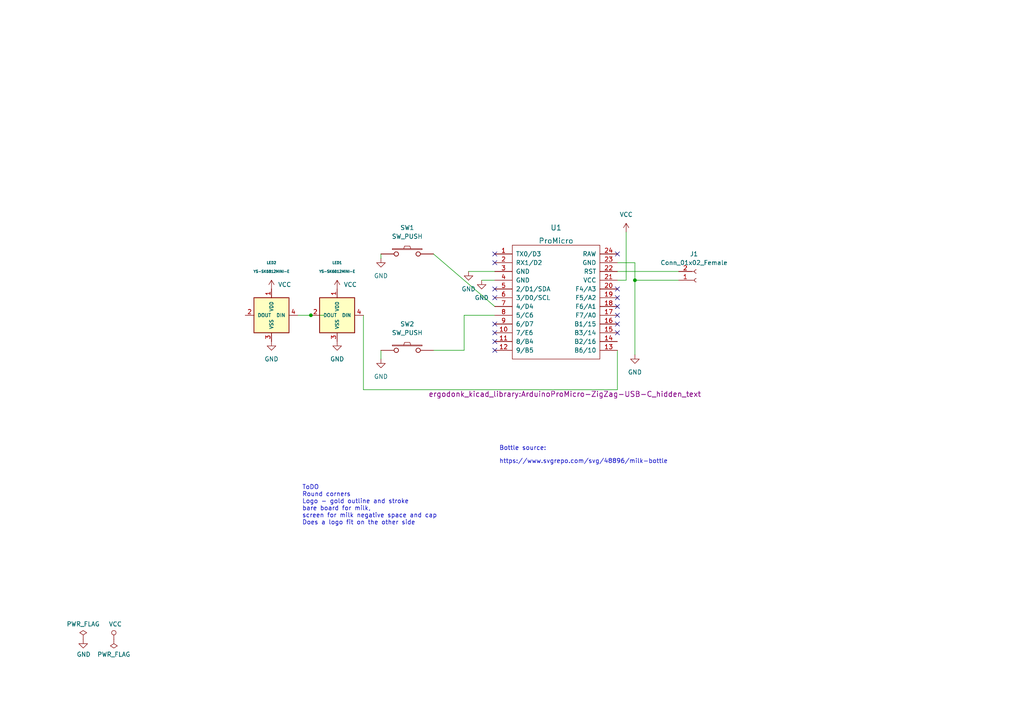
<source format=kicad_sch>
(kicad_sch (version 20230121) (generator eeschema)
  (paper "A4")
  (lib_symbols
    (symbol "Connector:Conn_01x02_Female" (pin_names (offset 1.016) hide)
      (property "Reference" "J" (at 0 2.54 0))
      (property "Value" "Conn_01x02_Female" (at 0 -5.08 0))
      (symbol "Conn_01x02_Female_1_1"
        (arc (start 0 -2.032) (mid -0.5058 -2.54) (end 0 -3.048) (stroke (width 0.1524)))
        (polyline (pts (xy -1.27 -2.54) (xy -0.508 -2.54)) (stroke (width 0.1524)))
        (polyline (pts (xy -1.27 0) (xy -0.508 0)) (stroke (width 0.1524)))
        (arc (start 0 0.508) (mid -0.5058 0) (end 0 -0.508) (stroke (width 0.1524)))
        (pin passive line (at -5.08 0 0) (length 3.81) (name "Pin_1") (number "1"))
        (pin passive line (at -5.08 -2.54 0) (length 3.81) (name "Pin_2") (number "2"))
      )
    )
    (symbol "SofleKeyboard-rescue:GND-Lily58-cache-Lily58_Pro-rescue" (power) (pin_names (offset 0))
      (property "Value" "GND-Lily58-cache-Lily58_Pro-rescue" (at 0 -3.81 0))
      (symbol "GND-Lily58-cache-Lily58_Pro-rescue_1_1"
        (polyline (pts (xy 0 0) (xy 0 -1.27) (xy 1.27 -1.27) (xy 0 -2.54) (xy -1.27 -1.27) (xy 0 -1.27)))
        (pin power_in line (at 0 0 0) (length 0) hide (name "GND") (number "1"))
      )
    )
    (symbol "SofleKeyboard-rescue:PWR_FLAG-Lily58-cache-Lily58_Pro-rescue" (power) (pin_numbers hide) (pin_names (offset 0) hide)
      (property "Value" "PWR_FLAG-Lily58-cache-Lily58_Pro-rescue" (at 0 3.81 0))
      (symbol "PWR_FLAG-Lily58-cache-Lily58_Pro-rescue_0_0"
        (pin power_out line (at 0 0 90) (length 0) (name "pwr") (number "1"))
      )
      (symbol "PWR_FLAG-Lily58-cache-Lily58_Pro-rescue_0_1"
        (polyline (pts (xy 0 0) (xy 0 1.27) (xy -1.016 1.905) (xy 0 2.54) (xy 1.016 1.905) (xy 0 1.27)))
      )
    )
    (symbol "SofleKeyboard-rescue:VCC-Lily58-cache-Lily58_Pro-rescue" (power) (pin_names (offset 0))
      (property "Value" "VCC-Lily58-cache-Lily58_Pro-rescue" (at 0 3.81 0))
      (symbol "VCC-Lily58-cache-Lily58_Pro-rescue_0_1"
        (polyline (pts (xy 0 0) (xy 0 1.27)))
        (circle (center 0 1.905) (radius 0.635))
      )
      (symbol "VCC-Lily58-cache-Lily58_Pro-rescue_1_1"
        (pin power_in line (at 0 0 90) (length 0) hide (name "VCC") (number "1"))
      )
    )
    (symbol "kbd:ProMicro" (pin_names (offset 1.016))
      (property "Reference" "U" (at 0 19.05 0))
      (property "Value" "ProMicro" (at 0 -19.05 0))
      (symbol "ProMicro_0_1"
        (rectangle (start -12.7 16.51) (end 12.7 -16.51))
      )
      (symbol "ProMicro_1_1"
        (pin bidirectional line (at -17.78 13.97 0) (length 5.08) (name "TX0/D3") (number "1"))
        (pin bidirectional line (at -17.78 -8.89 0) (length 5.08) (name "7/E6") (number "10"))
        (pin bidirectional line (at -17.78 -11.43 0) (length 5.08) (name "8/B4") (number "11"))
        (pin bidirectional line (at -17.78 -13.97 0) (length 5.08) (name "9/B5") (number "12"))
        (pin bidirectional line (at 17.78 -13.97 180) (length 5.08) (name "B6/10") (number "13"))
        (pin bidirectional line (at 17.78 -11.43 180) (length 5.08) (name "B2/16") (number "14"))
        (pin bidirectional line (at 17.78 -8.89 180) (length 5.08) (name "B3/14") (number "15"))
        (pin bidirectional line (at 17.78 -6.35 180) (length 5.08) (name "B1/15") (number "16"))
        (pin bidirectional line (at 17.78 -3.81 180) (length 5.08) (name "F7/A0") (number "17"))
        (pin bidirectional line (at 17.78 -1.27 180) (length 5.08) (name "F6/A1") (number "18"))
        (pin bidirectional line (at 17.78 1.27 180) (length 5.08) (name "F5/A2") (number "19"))
        (pin bidirectional line (at -17.78 11.43 0) (length 5.08) (name "RX1/D2") (number "2"))
        (pin bidirectional line (at 17.78 3.81 180) (length 5.08) (name "F4/A3") (number "20"))
        (pin power_in line (at 17.78 6.35 180) (length 5.08) (name "VCC") (number "21"))
        (pin input line (at 17.78 8.89 180) (length 5.08) (name "RST") (number "22"))
        (pin power_in line (at 17.78 11.43 180) (length 5.08) (name "GND") (number "23"))
        (pin power_out line (at 17.78 13.97 180) (length 5.08) (name "RAW") (number "24"))
        (pin power_in line (at -17.78 8.89 0) (length 5.08) (name "GND") (number "3"))
        (pin power_in line (at -17.78 6.35 0) (length 5.08) (name "GND") (number "4"))
        (pin bidirectional line (at -17.78 3.81 0) (length 5.08) (name "2/D1/SDA") (number "5"))
        (pin bidirectional line (at -17.78 1.27 0) (length 5.08) (name "3/D0/SCL") (number "6"))
        (pin bidirectional line (at -17.78 -1.27 0) (length 5.08) (name "4/D4") (number "7"))
        (pin bidirectional line (at -17.78 -3.81 0) (length 5.08) (name "5/C6") (number "8"))
        (pin bidirectional line (at -17.78 -6.35 0) (length 5.08) (name "6/D7") (number "9"))
      )
    )
    (symbol "kbd:SW_PUSH" (pin_numbers hide) (pin_names (offset 1.016) hide)
      (property "Reference" "SW" (at 3.81 2.794 0))
      (property "Value" "SW_PUSH" (at 0 -2.032 0))
      (symbol "SW_PUSH_0_1"
        (rectangle (start -4.318 1.27) (end 4.318 1.524))
        (polyline (pts (xy -1.016 1.524) (xy -0.762 2.286) (xy 0.762 2.286) (xy 1.016 1.524)))
        (pin passive inverted (at -7.62 0 0) (length 5.08) (name "1") (number "1"))
        (pin passive inverted (at 7.62 0 180) (length 5.08) (name "2") (number "2"))
      )
    )
    (symbol "kbd:YS-SK6812MINI-E" (pin_names (offset 1.016))
      (property "Reference" "LED" (at 2.54 -7.62 0))
      (property "Value" "YS-SK6812MINI-E" (at 6.35 -6.35 0))
      (symbol "YS-SK6812MINI-E_0_1"
        (rectangle (start -5.08 5.08) (end 5.08 -5.08) (stroke (width 0.254)) (fill (type background)))
      )
      (symbol "YS-SK6812MINI-E_1_1"
        (pin power_in line (at 0 7.62 270) (length 2.54) (name "VDD") (number "1"))
        (pin output line (at 7.62 0 180) (length 2.54) (name "DOUT") (number "2"))
        (pin power_in line (at 0 -7.62 90) (length 2.54) (name "VSS") (number "3"))
        (pin input line (at -7.62 0 0) (length 2.54) (name "DIN") (number "4"))
      )
    )
    (symbol "power:GND" (power) (pin_names (offset 0))
      (property "Value" "GND" (at 0 -3.81 0))
      (symbol "GND_0_1"
        (polyline (pts (xy 0 0) (xy 0 -1.27) (xy 1.27 -1.27) (xy 0 -2.54) (xy -1.27 -1.27) (xy 0 -1.27)))
      )
      (symbol "GND_1_1"
        (pin power_in line (at 0 0 270) (length 0) hide (name "GND") (number "1"))
      )
    )
    (symbol "power:VCC" (power) (pin_names (offset 0))
      (property "Value" "VCC" (at 0 3.81 0))
      (symbol "VCC_0_1"
        (polyline (pts (xy -0.762 1.27) (xy 0 2.54)))
        (polyline (pts (xy 0 0) (xy 0 2.54)))
        (polyline (pts (xy 0 2.54) (xy 0.762 1.27)))
      )
      (symbol "VCC_1_1"
        (pin power_in line (at 0 0 90) (length 0) hide (name "VCC") (number "1"))
      )
    )
  )
  (junction (at 184.15 81.28))
  (junction (at 90.17 91.44))
  (no_connect (at 179.07 83.82))
  (no_connect (at 179.07 86.36))
  (no_connect (at 179.07 88.9))
  (no_connect (at 179.07 91.44))
  (no_connect (at 179.07 73.66))
  (no_connect (at 179.07 93.98))
  (no_connect (at 179.07 96.52))
  (no_connect (at 143.51 96.52))
  (no_connect (at 143.51 101.6))
  (no_connect (at 143.51 76.2))
  (no_connect (at 143.51 83.82))
  (no_connect (at 143.51 73.66))
  (no_connect (at 143.51 99.06))
  (no_connect (at 143.51 93.98))
  (no_connect (at 143.51 86.36))
  (wire (pts (xy 105.41 91.44) (xy 105.41 113.03)))
  (wire (pts (xy 93.98 91.44) (xy 90.17 91.44)))
  (wire (pts (xy 135.89 78.74) (xy 143.51 78.74)))
  (wire (pts (xy 179.07 113.03) (xy 179.07 101.6)))
  (wire (pts (xy 125.73 101.6) (xy 134.62 101.6)))
  (wire (pts (xy 184.15 76.2) (xy 184.15 81.28)))
  (wire (pts (xy 110.49 104.14) (xy 110.49 101.6)))
  (wire (pts (xy 179.07 78.74) (xy 196.85 78.74)))
  (wire (pts (xy 181.61 67.31) (xy 181.61 81.28)))
  (wire (pts (xy 134.62 101.6) (xy 134.62 91.44)))
  (wire (pts (xy 196.85 81.28) (xy 184.15 81.28)))
  (wire (pts (xy 110.49 74.93) (xy 110.49 73.66)))
  (wire (pts (xy 134.62 91.44) (xy 143.51 91.44)))
  (wire (pts (xy 179.07 76.2) (xy 184.15 76.2)))
  (wire (pts (xy 139.7 81.28) (xy 143.51 81.28)))
  (wire (pts (xy 90.17 91.44) (xy 86.36 91.44)))
  (wire (pts (xy 105.41 113.03) (xy 179.07 113.03)))
  (wire (pts (xy 181.61 81.28) (xy 179.07 81.28)))
  (wire (pts (xy 184.15 81.28) (xy 184.15 102.87)))
  (wire (pts (xy 125.73 73.66) (xy 143.51 88.9)))
  (text "ToDO\nRound corners\nLogo - gold outline and stroke\nbare board for milk,\nscreen for milk negative space and cap\nDoes a logo fit on the other side" (at 87.63 152.4 0) (effects (font (size 1.27 1.27)) (justify left bottom)))
  (text "https://www.svgrepo.com/svg/48896/milk-bottle" (at 144.78 134.62 0) (effects (font (size 1.27 1.27)) (justify left bottom)))
  (text "Bottle source:" (at 144.78 130.81 0) (effects (font (size 1.27 1.27)) (justify left bottom)))
  (symbol (lib_id "Connector:Conn_01x02_Female") (at 201.93 81.28 0) (mirror x) (unit 1)
    (property "Reference" "J1" (at 201.295 73.66 0))
    (property "Value" "Conn_01x02_Female" (at 201.295 76.2 0))
    (property "Footprint" "Connector_PinHeader_2.54mm:PinHeader_1x02_P2.54mm_Vertical" (effects hide))
  )
  (symbol (lib_id "power:VCC") (at 97.79 83.82 0) (unit 1)
    (property "Reference" "#PWR0104" (effects hide))
    (property "Value" "VCC" (at 101.6 82.55 0))
  )
  (symbol (lib_id "power:GND") (at 110.49 104.14 0) (unit 1)
    (property "Reference" "#PWR0102" (effects hide))
    (property "Value" "GND" (at 110.49 109.22 0))
  )
  (symbol (lib_id "power:GND") (at 139.7 81.28 0) (unit 1)
    (property "Reference" "#PWR0112" (effects hide))
    (property "Value" "GND" (at 139.7 86.36 0))
  )
  (symbol (lib_id "kbd:ProMicro") (at 161.29 87.63 0) (unit 1)
    (property "Reference" "U1" (at 161.29 66.04 0) (effects (font (size 1.524 1.524))))
    (property "Value" "ProMicro" (at 161.29 69.85 0) (effects (font (size 1.524 1.524))))
    (property "Footprint" "ergodonk_kicad_library:ArduinoProMicro-ZigZag-USB-C_hidden_text" (at 163.83 114.3 0) (effects (font (size 1.524 1.524))))
  )
  (symbol (lib_id "kbd:SW_PUSH") (at 118.11 101.6 0) (mirror y) (unit 1)
    (property "Reference" "SW2" (at 118.11 93.98 0))
    (property "Value" "SW_PUSH" (at 118.11 96.52 0))
    (property "Footprint" "ergodonk_kicad_library:Low-Profile-Choc-MX_no_text_V2" (effects hide))
  )
  (symbol (lib_id "power:GND") (at 184.15 102.87 0) (unit 1)
    (property "Reference" "#PWR0110" (effects hide))
    (property "Value" "GND" (at 184.15 107.95 0))
  )
  (symbol (lib_id "power:GND") (at 135.89 78.74 0) (unit 1)
    (property "Reference" "#PWR0111" (effects hide))
    (property "Value" "GND" (at 135.89 83.82 0))
  )
  (symbol (lib_id "kbd:YS-SK6812MINI-E") (at 78.74 91.44 0) (mirror y) (unit 1)
    (property "Reference" "LED2" (at 78.74 76.2 0) (effects (font (size 0.7366 0.7366))))
    (property "Value" "YS-SK6812MINI-E" (at 78.74 78.74 0) (effects (font (size 0.7366 0.7366))))
    (property "Footprint" "Keebio-Parts:SK6812-MINI-E" (effects hide))
  )
  (symbol (lib_id "power:GND") (at 97.79 99.06 0) (unit 1)
    (property "Reference" "#PWR0106" (effects hide))
    (property "Value" "GND" (at 97.79 104.14 0))
  )
  (symbol (lib_id "kbd:YS-SK6812MINI-E") (at 97.79 91.44 0) (mirror y) (unit 1)
    (property "Reference" "LED1" (at 97.79 76.2 0) (effects (font (size 0.7366 0.7366))))
    (property "Value" "YS-SK6812MINI-E" (at 97.79 78.74 0) (effects (font (size 0.7366 0.7366))))
    (property "Footprint" "Keebio-Parts:SK6812-MINI-E" (effects hide))
  )
  (symbol (lib_id "SofleKeyboard-rescue:GND-Lily58-cache-Lily58_Pro-rescue") (at 24.13 185.42 0) (unit 1)
    (property "Reference" "#PWR0108" (effects hide))
    (property "Value" "GND" (at 24.257 189.8142 0))
  )
  (symbol (lib_id "kbd:SW_PUSH") (at 118.11 73.66 0) (mirror y) (unit 1)
    (property "Reference" "SW1" (at 118.11 66.04 0))
    (property "Value" "SW_PUSH" (at 118.11 68.58 0))
    (property "Footprint" "ergodonk_kicad_library:Low-Profile-Choc-MX_no_text_V2" (effects hide))
  )
  (symbol (lib_id "SofleKeyboard-rescue:VCC-Lily58-cache-Lily58_Pro-rescue") (at 33.02 185.42 0) (unit 1)
    (property "Reference" "#PWR0107" (effects hide))
    (property "Value" "VCC" (at 33.4518 181.0258 0))
  )
  (symbol (lib_id "power:VCC") (at 181.61 67.31 0) (mirror y) (unit 1)
    (property "Reference" "#PWR0109" (effects hide))
    (property "Value" "VCC" (at 181.61 62.23 0))
  )
  (symbol (lib_id "power:GND") (at 78.74 99.06 0) (unit 1)
    (property "Reference" "#PWR0103" (effects hide))
    (property "Value" "GND" (at 78.74 104.14 0))
  )
  (symbol (lib_id "SofleKeyboard-rescue:PWR_FLAG-Lily58-cache-Lily58_Pro-rescue") (at 24.13 185.42 0) (unit 1)
    (property "Reference" "#FLG0101" (effects hide))
    (property "Value" "PWR_FLAG" (at 24.13 181.0004 0))
  )
  (symbol (lib_id "power:GND") (at 110.49 74.93 0) (unit 1)
    (property "Reference" "#PWR0101" (effects hide))
    (property "Value" "GND" (at 110.49 80.01 0))
  )
  (symbol (lib_id "power:VCC") (at 78.74 83.82 0) (unit 1)
    (property "Reference" "#PWR0105" (effects hide))
    (property "Value" "VCC" (at 82.55 82.55 0))
  )
  (symbol (lib_id "SofleKeyboard-rescue:PWR_FLAG-Lily58-cache-Lily58_Pro-rescue") (at 33.02 185.42 180) (unit 1)
    (property "Reference" "#FLG0102" (effects hide))
    (property "Value" "PWR_FLAG" (at 33.02 189.8142 0))
  )
)
</source>
